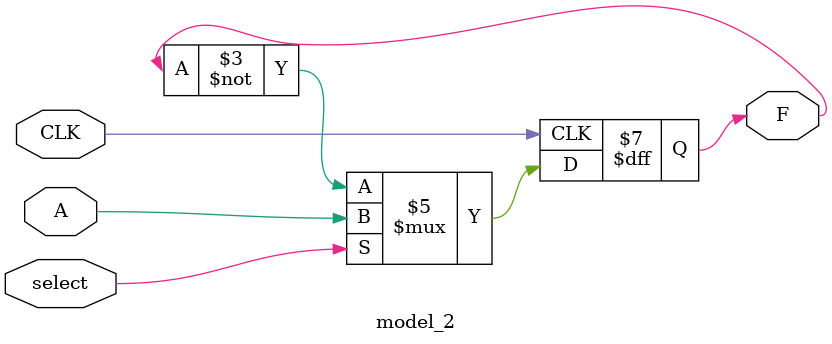
<source format=sv>
/*module seqlog(input logic A, select, clk,
 output reg F);

  reg D;

  always_ff @(posedge clk)
  begin
    assign D = (select) ? A : ~F;
    F <= D;
  end

endmodule*/
module model_2(output logic F,	       input logic A, select, CLK);always_ff@(posedge CLK)begin  if(select == 0) F <= ~F;  else F <= A;endendmodule

/*module seqlog(input logic A, select, clk,
 output logic F);

  logic D;
  reg Q;
  reg state, state_n;
  always_ff @(posedge clk)
  begin
    state <= state_n;
  end
  always_ff @(state,A,select)
  begin
    state_n = state;
    case(state)
	0:
	  if(!select || (A&select))
	    state_n = 1;
	  else
	    state_n = 0;
	1:
	  if(A&select)
	    state_n = 1;
	  else
	    state_n = 0;
    endcase
  end
  assign F = state;
endmodule*/
</source>
